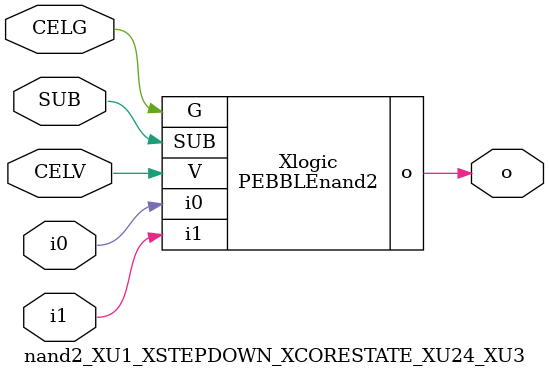
<source format=v>



module PEBBLEnand2 ( o, G, SUB, V, i0, i1 );

  input i0;
  input V;
  input i1;
  input G;
  output o;
  input SUB;
endmodule

//Celera Confidential Do Not Copy nand2_XU1_XSTEPDOWN_XCORESTATE_XU24_XU3
//Celera Confidential Symbol Generator
//5V NAND2
module nand2_XU1_XSTEPDOWN_XCORESTATE_XU24_XU3 (CELV,CELG,i0,i1,o,SUB);
input CELV;
input CELG;
input i0;
input i1;
input SUB;
output o;

//Celera Confidential Do Not Copy nand2
PEBBLEnand2 Xlogic(
.V (CELV),
.i0 (i0),
.i1 (i1),
.o (o),
.SUB (SUB),
.G (CELG)
);
//,diesize,PEBBLEnand2

//Celera Confidential Do Not Copy Module End
//Celera Schematic Generator
endmodule

</source>
